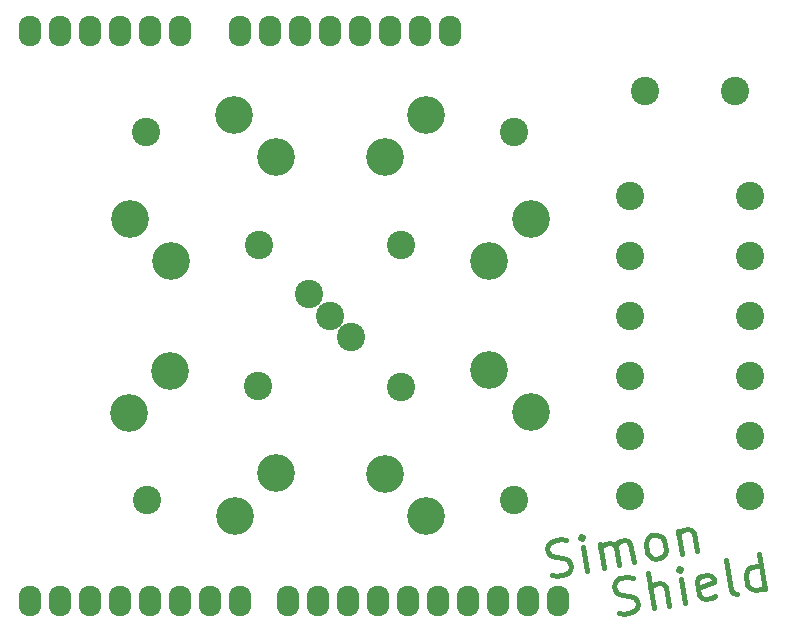
<source format=gbr>
G04 #@! TF.FileFunction,Soldermask,Top*
%FSLAX46Y46*%
G04 Gerber Fmt 4.6, Leading zero omitted, Abs format (unit mm)*
G04 Created by KiCad (PCBNEW 4.0.7) date 05/29/18 01:17:18*
%MOMM*%
%LPD*%
G01*
G04 APERTURE LIST*
%ADD10C,0.100000*%
%ADD11C,0.400000*%
%ADD12O,1.924000X2.599640*%
%ADD13O,1.924000X2.597100*%
%ADD14C,2.400000*%
%ADD15C,3.200000*%
G04 APERTURE END LIST*
D10*
D11*
X170480295Y-130569745D02*
X170927162Y-130636011D01*
X171630596Y-130511976D01*
X171887163Y-130321676D01*
X172003042Y-130156182D01*
X172094115Y-129850001D01*
X172044502Y-129568628D01*
X171854201Y-129312061D01*
X171688708Y-129196181D01*
X171382527Y-129105107D01*
X170794973Y-129063648D01*
X170488792Y-128972575D01*
X170323299Y-128856696D01*
X170132998Y-128600129D01*
X170083385Y-128318755D01*
X170174458Y-128012574D01*
X170290337Y-127847081D01*
X170546904Y-127656781D01*
X171250338Y-127532746D01*
X171697205Y-127599012D01*
X173459525Y-130189487D02*
X172938580Y-127235063D01*
X174725706Y-129966225D02*
X174452830Y-128418669D01*
X174262530Y-128162103D01*
X173956350Y-128071030D01*
X173534289Y-128145451D01*
X173277722Y-128335751D01*
X173161842Y-128501245D01*
X176132575Y-129718156D02*
X175785278Y-127748540D01*
X175611630Y-126763733D02*
X175495750Y-126929226D01*
X175661244Y-127045106D01*
X175777124Y-126879612D01*
X175611630Y-126763733D01*
X175661244Y-127045106D01*
X178640130Y-129130945D02*
X178383564Y-129321246D01*
X177820816Y-129420473D01*
X177514636Y-129329400D01*
X177324335Y-129072833D01*
X177125880Y-127947339D01*
X177216953Y-127641158D01*
X177473520Y-127450858D01*
X178036267Y-127351630D01*
X178342448Y-127442703D01*
X178532748Y-127699270D01*
X178582362Y-127980644D01*
X177225108Y-128510086D01*
X180493866Y-128949143D02*
X180187686Y-128858070D01*
X179997385Y-128601502D01*
X179550861Y-126069140D01*
X182885542Y-128527426D02*
X182364598Y-125573002D01*
X182860736Y-128386739D02*
X182604169Y-128577039D01*
X182041421Y-128676267D01*
X181735241Y-128585194D01*
X181569748Y-128469314D01*
X181379447Y-128212747D01*
X181230606Y-127368625D01*
X181321679Y-127062445D01*
X181437559Y-126896952D01*
X181694125Y-126706651D01*
X182256873Y-126607424D01*
X182563053Y-126698497D01*
X164835639Y-127382341D02*
X165282506Y-127448607D01*
X165985940Y-127324573D01*
X166242506Y-127134272D01*
X166358386Y-126968779D01*
X166449459Y-126662598D01*
X166399845Y-126381224D01*
X166209545Y-126124658D01*
X166044051Y-126008778D01*
X165737871Y-125917704D01*
X165150316Y-125876245D01*
X164844136Y-125785172D01*
X164678643Y-125669292D01*
X164488342Y-125412726D01*
X164438728Y-125131351D01*
X164529801Y-124825171D01*
X164645681Y-124659677D01*
X164902248Y-124469377D01*
X165605682Y-124345343D01*
X166052549Y-124411609D01*
X167814869Y-127002083D02*
X167467572Y-125032468D01*
X167293924Y-124047660D02*
X167178044Y-124213153D01*
X167343538Y-124329033D01*
X167459418Y-124163540D01*
X167293924Y-124047660D01*
X167343538Y-124329033D01*
X169221737Y-126754014D02*
X168874440Y-124784399D01*
X168924054Y-125065772D02*
X169039934Y-124900279D01*
X169296500Y-124709978D01*
X169718561Y-124635558D01*
X170024742Y-124726631D01*
X170215042Y-124983197D01*
X170487918Y-126530753D01*
X170215042Y-124983197D02*
X170306115Y-124677017D01*
X170562681Y-124486716D01*
X170984742Y-124412296D01*
X171290923Y-124503369D01*
X171481223Y-124759935D01*
X171754099Y-126307491D01*
X173583028Y-125985001D02*
X173276847Y-125893928D01*
X173111354Y-125778048D01*
X172921053Y-125521481D01*
X172772212Y-124677360D01*
X172863285Y-124371180D01*
X172979165Y-124205686D01*
X173235731Y-124015386D01*
X173657792Y-123940965D01*
X173963973Y-124032038D01*
X174129466Y-124147918D01*
X174319766Y-124404484D01*
X174468608Y-125248605D01*
X174377535Y-125554786D01*
X174261655Y-125720280D01*
X174005089Y-125910580D01*
X173583028Y-125985001D01*
X175486721Y-123618475D02*
X175834017Y-125588091D01*
X175536335Y-123899849D02*
X175652215Y-123734355D01*
X175908781Y-123544055D01*
X176330842Y-123469634D01*
X176637022Y-123560707D01*
X176827323Y-123817274D01*
X177100199Y-125364829D01*
D12*
X156210000Y-81280000D03*
X153670000Y-81280000D03*
X151130000Y-81280000D03*
X148590000Y-81280000D03*
X146050000Y-81280000D03*
X143510000Y-81280000D03*
X140970000Y-81280000D03*
X138430000Y-81280000D03*
X133350000Y-81280000D03*
X130810000Y-81280000D03*
X128270000Y-81280000D03*
X125730000Y-81280000D03*
X123190000Y-81280000D03*
X120650000Y-81280000D03*
D13*
X120650000Y-129540000D03*
X123190000Y-129540000D03*
X125730000Y-129540000D03*
X128270000Y-129540000D03*
X130810000Y-129540000D03*
X133350000Y-129540000D03*
X135890000Y-129540000D03*
X138430000Y-129540000D03*
X142494000Y-129540000D03*
X145034000Y-129540000D03*
X147574000Y-129540000D03*
X150114000Y-129540000D03*
X152654000Y-129540000D03*
X155194000Y-129540000D03*
X157734000Y-129540000D03*
X160271460Y-129540000D03*
X162814000Y-129540000D03*
X165354000Y-129540000D03*
D14*
X172730000Y-86360000D03*
X180330000Y-86360000D03*
X146050000Y-105410000D03*
X147846051Y-107206051D03*
X144253949Y-103613949D03*
X171450000Y-120650000D03*
X181610000Y-120650000D03*
X171450000Y-115570000D03*
X181610000Y-115570000D03*
X171450000Y-110490000D03*
X181610000Y-110490000D03*
X171450000Y-105410000D03*
X181610000Y-105410000D03*
X171450000Y-100330000D03*
X181610000Y-100330000D03*
X171450000Y-95250000D03*
X181610000Y-95250000D03*
D15*
X129067816Y-97266650D03*
X132603350Y-100802184D03*
X141442184Y-91963350D03*
X137906650Y-88427816D03*
D14*
X140027971Y-99387971D03*
X130482029Y-89842029D03*
D15*
X138014228Y-122344964D03*
X141487520Y-118748265D03*
X132495772Y-110065036D03*
X129022480Y-113661735D03*
D14*
X139943944Y-111349456D03*
X130566056Y-121060544D03*
D15*
X163032184Y-113553350D03*
X159496650Y-110017816D03*
X150657816Y-118856650D03*
X154193350Y-122392184D03*
D14*
X152072029Y-111432029D03*
X161617971Y-120977971D03*
D15*
X154193350Y-88427816D03*
X150657816Y-91963350D03*
X159496650Y-100802184D03*
X163032184Y-97266650D03*
D14*
X152072029Y-99387971D03*
X161617971Y-89842029D03*
M02*

</source>
